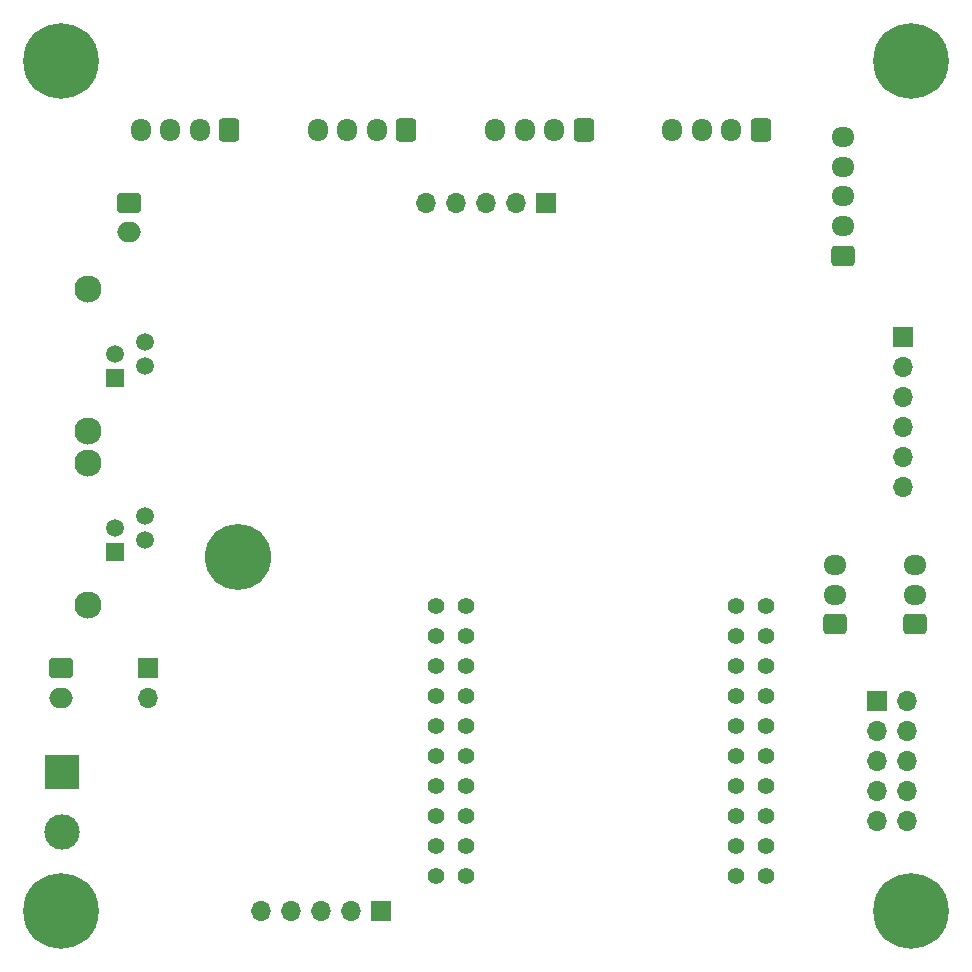
<source format=gbr>
%TF.GenerationSoftware,KiCad,Pcbnew,8.0.2*%
%TF.CreationDate,2024-05-30T14:16:54+02:00*%
%TF.ProjectId,Weather_IOT_1.0,57656174-6865-4725-9f49-4f545f312e30,1.0*%
%TF.SameCoordinates,Original*%
%TF.FileFunction,Soldermask,Bot*%
%TF.FilePolarity,Negative*%
%FSLAX46Y46*%
G04 Gerber Fmt 4.6, Leading zero omitted, Abs format (unit mm)*
G04 Created by KiCad (PCBNEW 8.0.2) date 2024-05-30 14:16:54*
%MOMM*%
%LPD*%
G01*
G04 APERTURE LIST*
G04 Aperture macros list*
%AMRoundRect*
0 Rectangle with rounded corners*
0 $1 Rounding radius*
0 $2 $3 $4 $5 $6 $7 $8 $9 X,Y pos of 4 corners*
0 Add a 4 corners polygon primitive as box body*
4,1,4,$2,$3,$4,$5,$6,$7,$8,$9,$2,$3,0*
0 Add four circle primitives for the rounded corners*
1,1,$1+$1,$2,$3*
1,1,$1+$1,$4,$5*
1,1,$1+$1,$6,$7*
1,1,$1+$1,$8,$9*
0 Add four rect primitives between the rounded corners*
20,1,$1+$1,$2,$3,$4,$5,0*
20,1,$1+$1,$4,$5,$6,$7,0*
20,1,$1+$1,$6,$7,$8,$9,0*
20,1,$1+$1,$8,$9,$2,$3,0*%
G04 Aperture macros list end*
%ADD10C,2.300000*%
%ADD11R,1.500000X1.500000*%
%ADD12C,1.500000*%
%ADD13RoundRect,0.250000X0.725000X-0.600000X0.725000X0.600000X-0.725000X0.600000X-0.725000X-0.600000X0*%
%ADD14O,1.950000X1.700000*%
%ADD15C,0.800000*%
%ADD16C,6.400000*%
%ADD17RoundRect,0.250000X-0.750000X0.600000X-0.750000X-0.600000X0.750000X-0.600000X0.750000X0.600000X0*%
%ADD18O,2.000000X1.700000*%
%ADD19RoundRect,0.250000X0.600000X0.725000X-0.600000X0.725000X-0.600000X-0.725000X0.600000X-0.725000X0*%
%ADD20O,1.700000X1.950000*%
%ADD21R,1.700000X1.700000*%
%ADD22O,1.700000X1.700000*%
%ADD23C,1.400000*%
%ADD24C,5.600000*%
%ADD25R,3.000000X3.000000*%
%ADD26C,3.000000*%
G04 APERTURE END LIST*
D10*
%TO.C,J5*%
X106316000Y-83346400D03*
X106316000Y-95346400D03*
D11*
X108616000Y-90876400D03*
D12*
X111156000Y-89856400D03*
X108616000Y-88836400D03*
X111156000Y-87816400D03*
%TD*%
D13*
%TO.C,J13*%
X170246000Y-80500000D03*
D14*
X170246000Y-78000000D03*
X170246000Y-75500000D03*
X170246000Y-73000000D03*
X170246000Y-70500000D03*
%TD*%
D13*
%TO.C,J8*%
X176326800Y-111709200D03*
D14*
X176326800Y-109209200D03*
X176326800Y-106709200D03*
%TD*%
D15*
%TO.C,H4*%
X101600000Y-136000000D03*
X102302944Y-134302944D03*
X102302944Y-137697056D03*
X104000000Y-133600000D03*
D16*
X104000000Y-136000000D03*
D15*
X104000000Y-138400000D03*
X105697056Y-134302944D03*
X105697056Y-137697056D03*
X106400000Y-136000000D03*
%TD*%
D17*
%TO.C,J2*%
X104017000Y-115455000D03*
D18*
X104017000Y-117955000D03*
%TD*%
D19*
%TO.C,J15*%
X118250000Y-69863000D03*
D20*
X115750000Y-69863000D03*
X113250000Y-69863000D03*
X110750000Y-69863000D03*
%TD*%
D15*
%TO.C,H2*%
X173600000Y-64000000D03*
X174302944Y-62302944D03*
X174302944Y-65697056D03*
X176000000Y-61600000D03*
D16*
X176000000Y-64000000D03*
D15*
X176000000Y-66400000D03*
X177697056Y-62302944D03*
X177697056Y-65697056D03*
X178400000Y-64000000D03*
%TD*%
D21*
%TO.C,J16*%
X173088000Y-118229000D03*
D22*
X175628000Y-118229000D03*
X173088000Y-120769000D03*
X175628000Y-120769000D03*
X173088000Y-123309000D03*
X175628000Y-123309000D03*
X173088000Y-125849000D03*
X175628000Y-125849000D03*
X173088000Y-128389000D03*
X175628000Y-128389000D03*
%TD*%
D17*
%TO.C,J4*%
X109760400Y-76016800D03*
D18*
X109760400Y-78516800D03*
%TD*%
D13*
%TO.C,J10*%
X169519600Y-111709200D03*
D14*
X169519600Y-109209200D03*
X169519600Y-106709200D03*
%TD*%
D19*
%TO.C,J14*%
X133250000Y-69863000D03*
D20*
X130750000Y-69863000D03*
X128250000Y-69863000D03*
X125750000Y-69863000D03*
%TD*%
D21*
%TO.C,J7*%
X175260000Y-87376000D03*
D22*
X175260000Y-89916000D03*
X175260000Y-92456000D03*
X175260000Y-94996000D03*
X175260000Y-97536000D03*
X175260000Y-100076000D03*
%TD*%
D23*
%TO.C,U4*%
X135730000Y-110155000D03*
X138270000Y-110155000D03*
X135730000Y-112695000D03*
X138270000Y-112695000D03*
X135730000Y-115235000D03*
X138270000Y-115235000D03*
X135730000Y-117775000D03*
X138270000Y-117775000D03*
X135730000Y-120315000D03*
X138270000Y-120315000D03*
X135730000Y-122855000D03*
X138270000Y-122855000D03*
X135730000Y-125395000D03*
X138270000Y-125395000D03*
X135730000Y-127935000D03*
X138270000Y-127935000D03*
X135730000Y-130475000D03*
X138270000Y-130475000D03*
X135730000Y-133015000D03*
X138270000Y-133015000D03*
X161130000Y-110155000D03*
X163670000Y-110155000D03*
X161130000Y-112695000D03*
X163670000Y-112695000D03*
X161130000Y-115235000D03*
X163670000Y-115235000D03*
X161130000Y-117775000D03*
X163670000Y-117775000D03*
X161130000Y-120315000D03*
X163670000Y-120315000D03*
X161130000Y-122855000D03*
X163670000Y-122855000D03*
X161130000Y-125395000D03*
X163670000Y-125395000D03*
X161130000Y-127935000D03*
X163670000Y-127935000D03*
X161130000Y-130475000D03*
X163670000Y-130475000D03*
X161130000Y-133015000D03*
X163670000Y-133015000D03*
%TD*%
D24*
%TO.C,H5*%
X119000000Y-106000000D03*
%TD*%
D19*
%TO.C,J12*%
X163250000Y-69863000D03*
D20*
X160750000Y-69863000D03*
X158250000Y-69863000D03*
X155750000Y-69863000D03*
%TD*%
D15*
%TO.C,H3*%
X173600000Y-136000000D03*
X174302944Y-134302944D03*
X174302944Y-137697056D03*
X176000000Y-133600000D03*
D16*
X176000000Y-136000000D03*
D15*
X176000000Y-138400000D03*
X177697056Y-134302944D03*
X177697056Y-137697056D03*
X178400000Y-136000000D03*
%TD*%
%TO.C,H1*%
X101600000Y-64000000D03*
X102302944Y-62302944D03*
X102302944Y-65697056D03*
X104000000Y-61600000D03*
D16*
X104000000Y-64000000D03*
D15*
X104000000Y-66400000D03*
X105697056Y-62302944D03*
X105697056Y-65697056D03*
X106400000Y-64000000D03*
%TD*%
D19*
%TO.C,J11*%
X148250000Y-69863000D03*
D20*
X145750000Y-69863000D03*
X143250000Y-69863000D03*
X140750000Y-69863000D03*
%TD*%
D21*
%TO.C,J1*%
X131075000Y-136000000D03*
D22*
X128535000Y-136000000D03*
X125995000Y-136000000D03*
X123455000Y-136000000D03*
X120915000Y-136000000D03*
%TD*%
D21*
%TO.C,JP2*%
X111404400Y-115430000D03*
D22*
X111404400Y-117970000D03*
%TD*%
D10*
%TO.C,J6*%
X106316000Y-98078400D03*
X106316000Y-110078400D03*
D11*
X108616000Y-105608400D03*
D12*
X111156000Y-104588400D03*
X108616000Y-103568400D03*
X111156000Y-102548400D03*
%TD*%
D25*
%TO.C,J3*%
X104127000Y-124198000D03*
D26*
X104127000Y-129278000D03*
%TD*%
D21*
%TO.C,J9*%
X145050000Y-76025000D03*
D22*
X142510000Y-76025000D03*
X139970000Y-76025000D03*
X137430000Y-76025000D03*
X134890000Y-76025000D03*
%TD*%
M02*

</source>
